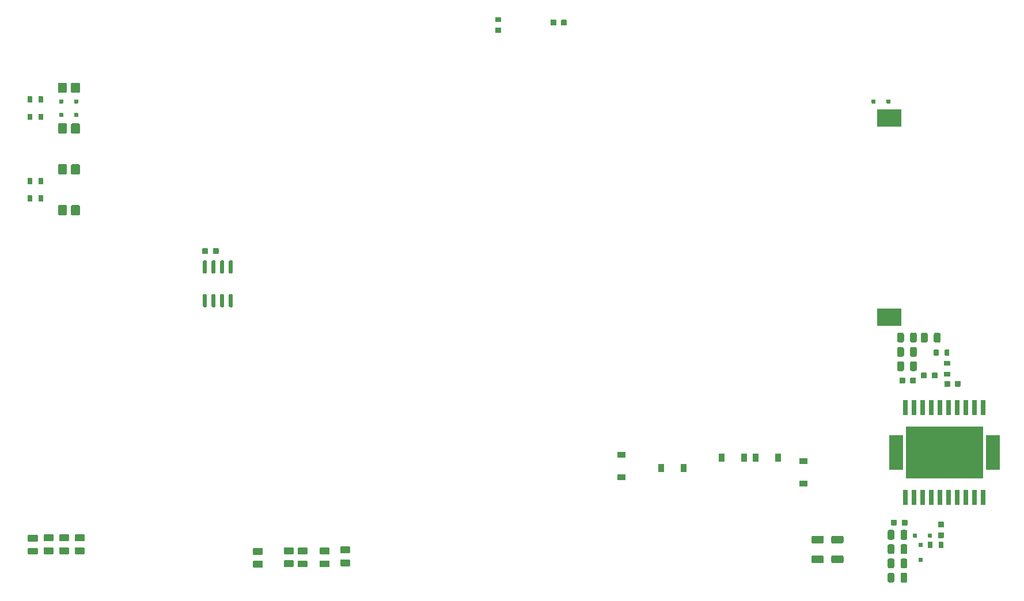
<source format=gtp>
G04 #@! TF.GenerationSoftware,KiCad,Pcbnew,8.0.8*
G04 #@! TF.CreationDate,2025-12-13T23:32:46-05:00*
G04 #@! TF.ProjectId,hellen121vag,68656c6c-656e-4313-9231-7661672e6b69,d*
G04 #@! TF.SameCoordinates,PX2b953a0PY6943058*
G04 #@! TF.FileFunction,Paste,Top*
G04 #@! TF.FilePolarity,Positive*
%FSLAX46Y46*%
G04 Gerber Fmt 4.6, Leading zero omitted, Abs format (unit mm)*
G04 Created by KiCad (PCBNEW 8.0.8) date 2025-12-13 23:32:46*
%MOMM*%
%LPD*%
G01*
G04 APERTURE LIST*
%ADD10O,0.000001X0.000001*%
%ADD11R,1.200000X0.900000*%
%ADD12R,2.032000X5.080000*%
%ADD13R,11.430000X7.620000*%
%ADD14R,0.800000X2.200000*%
%ADD15R,3.600000X2.600000*%
%ADD16R,0.900000X1.200000*%
G04 APERTURE END LIST*
G04 #@! TO.C,U3*
G36*
G01*
X34145000Y69800000D02*
X33845000Y69800000D01*
G75*
G02*
X33695000Y69950000I0J150000D01*
G01*
X33695000Y71600000D01*
G75*
G02*
X33845000Y71750000I150000J0D01*
G01*
X34145000Y71750000D01*
G75*
G02*
X34295000Y71600000I0J-150000D01*
G01*
X34295000Y69950000D01*
G75*
G02*
X34145000Y69800000I-150000J0D01*
G01*
G37*
G36*
G01*
X35415000Y69800000D02*
X35115000Y69800000D01*
G75*
G02*
X34965000Y69950000I0J150000D01*
G01*
X34965000Y71600000D01*
G75*
G02*
X35115000Y71750000I150000J0D01*
G01*
X35415000Y71750000D01*
G75*
G02*
X35565000Y71600000I0J-150000D01*
G01*
X35565000Y69950000D01*
G75*
G02*
X35415000Y69800000I-150000J0D01*
G01*
G37*
G36*
G01*
X36685000Y69800000D02*
X36385000Y69800000D01*
G75*
G02*
X36235000Y69950000I0J150000D01*
G01*
X36235000Y71600000D01*
G75*
G02*
X36385000Y71750000I150000J0D01*
G01*
X36685000Y71750000D01*
G75*
G02*
X36835000Y71600000I0J-150000D01*
G01*
X36835000Y69950000D01*
G75*
G02*
X36685000Y69800000I-150000J0D01*
G01*
G37*
G36*
G01*
X37955000Y69800000D02*
X37655000Y69800000D01*
G75*
G02*
X37505000Y69950000I0J150000D01*
G01*
X37505000Y71600000D01*
G75*
G02*
X37655000Y71750000I150000J0D01*
G01*
X37955000Y71750000D01*
G75*
G02*
X38105000Y71600000I0J-150000D01*
G01*
X38105000Y69950000D01*
G75*
G02*
X37955000Y69800000I-150000J0D01*
G01*
G37*
G36*
G01*
X37955000Y64850000D02*
X37655000Y64850000D01*
G75*
G02*
X37505000Y65000000I0J150000D01*
G01*
X37505000Y66650000D01*
G75*
G02*
X37655000Y66800000I150000J0D01*
G01*
X37955000Y66800000D01*
G75*
G02*
X38105000Y66650000I0J-150000D01*
G01*
X38105000Y65000000D01*
G75*
G02*
X37955000Y64850000I-150000J0D01*
G01*
G37*
G36*
G01*
X36685000Y64850000D02*
X36385000Y64850000D01*
G75*
G02*
X36235000Y65000000I0J150000D01*
G01*
X36235000Y66650000D01*
G75*
G02*
X36385000Y66800000I150000J0D01*
G01*
X36685000Y66800000D01*
G75*
G02*
X36835000Y66650000I0J-150000D01*
G01*
X36835000Y65000000D01*
G75*
G02*
X36685000Y64850000I-150000J0D01*
G01*
G37*
G36*
G01*
X35415000Y64850000D02*
X35115000Y64850000D01*
G75*
G02*
X34965000Y65000000I0J150000D01*
G01*
X34965000Y66650000D01*
G75*
G02*
X35115000Y66800000I150000J0D01*
G01*
X35415000Y66800000D01*
G75*
G02*
X35565000Y66650000I0J-150000D01*
G01*
X35565000Y65000000D01*
G75*
G02*
X35415000Y64850000I-150000J0D01*
G01*
G37*
G36*
G01*
X34145000Y64850000D02*
X33845000Y64850000D01*
G75*
G02*
X33695000Y65000000I0J150000D01*
G01*
X33695000Y66650000D01*
G75*
G02*
X33845000Y66800000I150000J0D01*
G01*
X34145000Y66800000D01*
G75*
G02*
X34295000Y66650000I0J-150000D01*
G01*
X34295000Y65000000D01*
G75*
G02*
X34145000Y64850000I-150000J0D01*
G01*
G37*
G04 #@! TD*
G04 #@! TO.C,R22*
G36*
G01*
X143450000Y58565000D02*
X143450000Y57785000D01*
G75*
G02*
X143380000Y57715000I-70000J0D01*
G01*
X142820000Y57715000D01*
G75*
G02*
X142750000Y57785000I0J70000D01*
G01*
X142750000Y58565000D01*
G75*
G02*
X142820000Y58635000I70000J0D01*
G01*
X143380000Y58635000D01*
G75*
G02*
X143450000Y58565000I0J-70000D01*
G01*
G37*
G36*
G01*
X141850000Y58565000D02*
X141850000Y57785000D01*
G75*
G02*
X141780000Y57715000I-70000J0D01*
G01*
X141220000Y57715000D01*
G75*
G02*
X141150000Y57785000I0J70000D01*
G01*
X141150000Y58565000D01*
G75*
G02*
X141220000Y58635000I70000J0D01*
G01*
X141780000Y58635000D01*
G75*
G02*
X141850000Y58565000I0J-70000D01*
G01*
G37*
G04 #@! TD*
D10*
G04 #@! TO.C,M6*
X95546542Y48347505D03*
G04 #@! TD*
G04 #@! TO.C,D8*
G36*
G01*
X12411979Y90505000D02*
X12411979Y91745000D01*
G75*
G02*
X12541979Y91875000I130000J0D01*
G01*
X13581979Y91875000D01*
G75*
G02*
X13711979Y91745000I0J-130000D01*
G01*
X13711979Y90505000D01*
G75*
G02*
X13581979Y90375000I-130000J0D01*
G01*
X12541979Y90375000D01*
G75*
G02*
X12411979Y90505000I0J130000D01*
G01*
G37*
G36*
G01*
X14312000Y90505000D02*
X14312000Y91745000D01*
G75*
G02*
X14442000Y91875000I130000J0D01*
G01*
X15482000Y91875000D01*
G75*
G02*
X15612000Y91745000I0J-130000D01*
G01*
X15612000Y90505000D01*
G75*
G02*
X15482000Y90375000I-130000J0D01*
G01*
X14442000Y90375000D01*
G75*
G02*
X14312000Y90505000I0J130000D01*
G01*
G37*
G04 #@! TD*
G04 #@! TO.C,R13*
G36*
G01*
X8075000Y31375001D02*
X9325000Y31375001D01*
G75*
G02*
X9425000Y31275001I0J-100000D01*
G01*
X9425000Y30475001D01*
G75*
G02*
X9325000Y30375001I-100000J0D01*
G01*
X8075000Y30375001D01*
G75*
G02*
X7975000Y30475001I0J100000D01*
G01*
X7975000Y31275001D01*
G75*
G02*
X8075000Y31375001I100000J0D01*
G01*
G37*
G36*
G01*
X8075000Y29474979D02*
X9325000Y29474979D01*
G75*
G02*
X9425000Y29374979I0J-100000D01*
G01*
X9425000Y28574979D01*
G75*
G02*
X9325000Y28474979I-100000J0D01*
G01*
X8075000Y28474979D01*
G75*
G02*
X7975000Y28574979I0J100000D01*
G01*
X7975000Y29374979D01*
G75*
G02*
X8075000Y29474979I100000J0D01*
G01*
G37*
G04 #@! TD*
G04 #@! TO.C,R4*
G36*
G01*
X55225000Y26749999D02*
X53975000Y26749999D01*
G75*
G02*
X53875000Y26849999I0J100000D01*
G01*
X53875000Y27649999D01*
G75*
G02*
X53975000Y27749999I100000J0D01*
G01*
X55225000Y27749999D01*
G75*
G02*
X55325000Y27649999I0J-100000D01*
G01*
X55325000Y26849999D01*
G75*
G02*
X55225000Y26749999I-100000J0D01*
G01*
G37*
G36*
G01*
X55225000Y28650021D02*
X53975000Y28650021D01*
G75*
G02*
X53875000Y28750021I0J100000D01*
G01*
X53875000Y29550021D01*
G75*
G02*
X53975000Y29650021I100000J0D01*
G01*
X55225000Y29650021D01*
G75*
G02*
X55325000Y29550021I0J-100000D01*
G01*
X55325000Y28750021D01*
G75*
G02*
X55225000Y28650021I-100000J0D01*
G01*
G37*
G04 #@! TD*
G04 #@! TO.C,R16*
G36*
G01*
X8612000Y95790000D02*
X8612000Y95010000D01*
G75*
G02*
X8542000Y94940000I-70000J0D01*
G01*
X7982000Y94940000D01*
G75*
G02*
X7912000Y95010000I0J70000D01*
G01*
X7912000Y95790000D01*
G75*
G02*
X7982000Y95860000I70000J0D01*
G01*
X8542000Y95860000D01*
G75*
G02*
X8612000Y95790000I0J-70000D01*
G01*
G37*
G36*
G01*
X10212000Y95790000D02*
X10212000Y95010000D01*
G75*
G02*
X10142000Y94940000I-70000J0D01*
G01*
X9582000Y94940000D01*
G75*
G02*
X9512000Y95010000I0J70000D01*
G01*
X9512000Y95790000D01*
G75*
G02*
X9582000Y95860000I70000J0D01*
G01*
X10142000Y95860000D01*
G75*
G02*
X10212000Y95790000I0J-70000D01*
G01*
G37*
G04 #@! TD*
G04 #@! TO.C,C5*
G36*
G01*
X143541999Y53932163D02*
X143541999Y53252163D01*
G75*
G02*
X143456999Y53167163I-85000J0D01*
G01*
X142776999Y53167163D01*
G75*
G02*
X142691999Y53252163I0J85000D01*
G01*
X142691999Y53932163D01*
G75*
G02*
X142776999Y54017163I85000J0D01*
G01*
X143456999Y54017163D01*
G75*
G02*
X143541999Y53932163I0J-85000D01*
G01*
G37*
G36*
G01*
X145122001Y53932163D02*
X145122001Y53252163D01*
G75*
G02*
X145037001Y53167163I-85000J0D01*
G01*
X144357001Y53167163D01*
G75*
G02*
X144272001Y53252163I0J85000D01*
G01*
X144272001Y53932163D01*
G75*
G02*
X144357001Y54017163I85000J0D01*
G01*
X145037001Y54017163D01*
G75*
G02*
X145122001Y53932163I0J-85000D01*
G01*
G37*
G04 #@! TD*
G04 #@! TO.C,C11*
G36*
G01*
X134362000Y30900000D02*
X134362000Y31850000D01*
G75*
G02*
X134612000Y32100000I250000J0D01*
G01*
X135112000Y32100000D01*
G75*
G02*
X135362000Y31850000I0J-250000D01*
G01*
X135362000Y30900000D01*
G75*
G02*
X135112000Y30650000I-250000J0D01*
G01*
X134612000Y30650000D01*
G75*
G02*
X134362000Y30900000I0J250000D01*
G01*
G37*
G36*
G01*
X136262000Y30900000D02*
X136262000Y31850000D01*
G75*
G02*
X136512000Y32100000I250000J0D01*
G01*
X137012000Y32100000D01*
G75*
G02*
X137262000Y31850000I0J-250000D01*
G01*
X137262000Y30900000D01*
G75*
G02*
X137012000Y30650000I-250000J0D01*
G01*
X136512000Y30650000D01*
G75*
G02*
X136262000Y30900000I0J250000D01*
G01*
G37*
G04 #@! TD*
G04 #@! TO.C,R8*
G36*
G01*
X47725000Y29500001D02*
X48975000Y29500001D01*
G75*
G02*
X49075000Y29400001I0J-100000D01*
G01*
X49075000Y28600001D01*
G75*
G02*
X48975000Y28500001I-100000J0D01*
G01*
X47725000Y28500001D01*
G75*
G02*
X47625000Y28600001I0J100000D01*
G01*
X47625000Y29400001D01*
G75*
G02*
X47725000Y29500001I100000J0D01*
G01*
G37*
G36*
G01*
X47725000Y27599979D02*
X48975000Y27599979D01*
G75*
G02*
X49075000Y27499979I0J-100000D01*
G01*
X49075000Y26699979D01*
G75*
G02*
X48975000Y26599979I-100000J0D01*
G01*
X47725000Y26599979D01*
G75*
G02*
X47625000Y26699979I0J100000D01*
G01*
X47625000Y27499979D01*
G75*
G02*
X47725000Y27599979I100000J0D01*
G01*
G37*
G04 #@! TD*
G04 #@! TO.C,F1*
G36*
G01*
X124975000Y28119990D02*
X124975000Y27429990D01*
G75*
G02*
X124745000Y27199990I-230000J0D01*
G01*
X123405000Y27199990D01*
G75*
G02*
X123175000Y27429990I0J230000D01*
G01*
X123175000Y28119990D01*
G75*
G02*
X123405000Y28349990I230000J0D01*
G01*
X124745000Y28349990D01*
G75*
G02*
X124975000Y28119990I0J-230000D01*
G01*
G37*
G36*
G01*
X124975000Y31020010D02*
X124975000Y30330010D01*
G75*
G02*
X124745000Y30100010I-230000J0D01*
G01*
X123405000Y30100010D01*
G75*
G02*
X123175000Y30330010I0J230000D01*
G01*
X123175000Y31020010D01*
G75*
G02*
X123405000Y31250010I230000J0D01*
G01*
X124745000Y31250010D01*
G75*
G02*
X124975000Y31020010I0J-230000D01*
G01*
G37*
G04 #@! TD*
D11*
G04 #@! TO.C,D10*
X122016200Y38951200D03*
X122016200Y42251200D03*
G04 #@! TD*
D12*
G04 #@! TO.C,U1*
X149819000Y43492163D03*
D13*
X142707000Y43492163D03*
D12*
X135595000Y43492163D03*
D14*
X136992000Y50092163D03*
X138262000Y50092163D03*
X139532000Y50092163D03*
X140802000Y50092163D03*
X142072000Y50092163D03*
X143342000Y50092163D03*
X144612000Y50092163D03*
X145882000Y50092163D03*
X147152000Y50092163D03*
X148422000Y50092163D03*
X148422000Y36892163D03*
X147152000Y36892163D03*
X145882000Y36892163D03*
X144612000Y36892163D03*
X143342000Y36892163D03*
X142072000Y36892163D03*
X140802000Y36892163D03*
X139532000Y36892163D03*
X138262000Y36892163D03*
X136992000Y36892163D03*
G04 #@! TD*
G04 #@! TO.C,R21*
G36*
G01*
X8612000Y81240000D02*
X8612000Y80460000D01*
G75*
G02*
X8542000Y80390000I-70000J0D01*
G01*
X7982000Y80390000D01*
G75*
G02*
X7912000Y80460000I0J70000D01*
G01*
X7912000Y81240000D01*
G75*
G02*
X7982000Y81310000I70000J0D01*
G01*
X8542000Y81310000D01*
G75*
G02*
X8612000Y81240000I0J-70000D01*
G01*
G37*
G36*
G01*
X10212000Y81240000D02*
X10212000Y80460000D01*
G75*
G02*
X10142000Y80390000I-70000J0D01*
G01*
X9582000Y80390000D01*
G75*
G02*
X9512000Y80460000I0J70000D01*
G01*
X9512000Y81240000D01*
G75*
G02*
X9582000Y81310000I70000J0D01*
G01*
X10142000Y81310000D01*
G75*
G02*
X10212000Y81240000I0J-70000D01*
G01*
G37*
G04 #@! TD*
G04 #@! TO.C,D4*
G36*
G01*
X12411979Y96505000D02*
X12411979Y97745000D01*
G75*
G02*
X12541979Y97875000I130000J0D01*
G01*
X13581979Y97875000D01*
G75*
G02*
X13711979Y97745000I0J-130000D01*
G01*
X13711979Y96505000D01*
G75*
G02*
X13581979Y96375000I-130000J0D01*
G01*
X12541979Y96375000D01*
G75*
G02*
X12411979Y96505000I0J130000D01*
G01*
G37*
G36*
G01*
X14312000Y96505000D02*
X14312000Y97745000D01*
G75*
G02*
X14442000Y97875000I130000J0D01*
G01*
X15482000Y97875000D01*
G75*
G02*
X15612000Y97745000I0J-130000D01*
G01*
X15612000Y96505000D01*
G75*
G02*
X15482000Y96375000I-130000J0D01*
G01*
X14442000Y96375000D01*
G75*
G02*
X14312000Y96505000I0J130000D01*
G01*
G37*
G04 #@! TD*
G04 #@! TO.C,C16*
G36*
G01*
X36015001Y73440000D02*
X36015001Y72760000D01*
G75*
G02*
X35930001Y72675000I-85000J0D01*
G01*
X35250001Y72675000D01*
G75*
G02*
X35165001Y72760000I0J85000D01*
G01*
X35165001Y73440000D01*
G75*
G02*
X35250001Y73525000I85000J0D01*
G01*
X35930001Y73525000D01*
G75*
G02*
X36015001Y73440000I0J-85000D01*
G01*
G37*
G36*
G01*
X34434999Y73440000D02*
X34434999Y72760000D01*
G75*
G02*
X34349999Y72675000I-85000J0D01*
G01*
X33669999Y72675000D01*
G75*
G02*
X33584999Y72760000I0J85000D01*
G01*
X33584999Y73440000D01*
G75*
G02*
X33669999Y73525000I85000J0D01*
G01*
X34349999Y73525000D01*
G75*
G02*
X34434999Y73440000I0J-85000D01*
G01*
G37*
G04 #@! TD*
D15*
G04 #@! TO.C,BT1*
X134600000Y63400000D03*
X134600000Y92700000D03*
G04 #@! TD*
G04 #@! TO.C,R5*
G36*
G01*
X142717000Y55342163D02*
X143497000Y55342163D01*
G75*
G02*
X143567000Y55272163I0J-70000D01*
G01*
X143567000Y54712163D01*
G75*
G02*
X143497000Y54642163I-70000J0D01*
G01*
X142717000Y54642163D01*
G75*
G02*
X142647000Y54712163I0J70000D01*
G01*
X142647000Y55272163D01*
G75*
G02*
X142717000Y55342163I70000J0D01*
G01*
G37*
G36*
G01*
X142717000Y56942163D02*
X143497000Y56942163D01*
G75*
G02*
X143567000Y56872163I0J-70000D01*
G01*
X143567000Y56312163D01*
G75*
G02*
X143497000Y56242163I-70000J0D01*
G01*
X142717000Y56242163D01*
G75*
G02*
X142647000Y56312163I0J70000D01*
G01*
X142647000Y56872163D01*
G75*
G02*
X142717000Y56942163I70000J0D01*
G01*
G37*
G04 #@! TD*
G04 #@! TO.C,D5*
G36*
G01*
X13102000Y92825000D02*
X12622000Y92825000D01*
G75*
G02*
X12562000Y92885000I0J60000D01*
G01*
X12562000Y93365000D01*
G75*
G02*
X12622000Y93425000I60000J0D01*
G01*
X13102000Y93425000D01*
G75*
G02*
X13162000Y93365000I0J-60000D01*
G01*
X13162000Y92885000D01*
G75*
G02*
X13102000Y92825000I-60000J0D01*
G01*
G37*
G36*
G01*
X15302000Y92825000D02*
X14822000Y92825000D01*
G75*
G02*
X14762000Y92885000I0J60000D01*
G01*
X14762000Y93365000D01*
G75*
G02*
X14822000Y93425000I60000J0D01*
G01*
X15302000Y93425000D01*
G75*
G02*
X15362000Y93365000I0J-60000D01*
G01*
X15362000Y92885000D01*
G75*
G02*
X15302000Y92825000I-60000J0D01*
G01*
G37*
G04 #@! TD*
G04 #@! TO.C,R10*
G36*
G01*
X12675000Y31425001D02*
X13925000Y31425001D01*
G75*
G02*
X14025000Y31325001I0J-100000D01*
G01*
X14025000Y30525001D01*
G75*
G02*
X13925000Y30425001I-100000J0D01*
G01*
X12675000Y30425001D01*
G75*
G02*
X12575000Y30525001I0J100000D01*
G01*
X12575000Y31325001D01*
G75*
G02*
X12675000Y31425001I100000J0D01*
G01*
G37*
G36*
G01*
X12675000Y29524979D02*
X13925000Y29524979D01*
G75*
G02*
X14025000Y29424979I0J-100000D01*
G01*
X14025000Y28624979D01*
G75*
G02*
X13925000Y28524979I-100000J0D01*
G01*
X12675000Y28524979D01*
G75*
G02*
X12575000Y28624979I0J100000D01*
G01*
X12575000Y29424979D01*
G75*
G02*
X12675000Y29524979I100000J0D01*
G01*
G37*
G04 #@! TD*
G04 #@! TO.C,D3*
G36*
G01*
X13102000Y94825000D02*
X12622000Y94825000D01*
G75*
G02*
X12562000Y94885000I0J60000D01*
G01*
X12562000Y95365000D01*
G75*
G02*
X12622000Y95425000I60000J0D01*
G01*
X13102000Y95425000D01*
G75*
G02*
X13162000Y95365000I0J-60000D01*
G01*
X13162000Y94885000D01*
G75*
G02*
X13102000Y94825000I-60000J0D01*
G01*
G37*
G36*
G01*
X15302000Y94825000D02*
X14822000Y94825000D01*
G75*
G02*
X14762000Y94885000I0J60000D01*
G01*
X14762000Y95365000D01*
G75*
G02*
X14822000Y95425000I60000J0D01*
G01*
X15302000Y95425000D01*
G75*
G02*
X15362000Y95365000I0J-60000D01*
G01*
X15362000Y94885000D01*
G75*
G02*
X15302000Y94825000I-60000J0D01*
G01*
G37*
G04 #@! TD*
G04 #@! TO.C,R9*
G36*
G01*
X52225000Y26599999D02*
X50975000Y26599999D01*
G75*
G02*
X50875000Y26699999I0J100000D01*
G01*
X50875000Y27499999D01*
G75*
G02*
X50975000Y27599999I100000J0D01*
G01*
X52225000Y27599999D01*
G75*
G02*
X52325000Y27499999I0J-100000D01*
G01*
X52325000Y26699999D01*
G75*
G02*
X52225000Y26599999I-100000J0D01*
G01*
G37*
G36*
G01*
X52225000Y28500021D02*
X50975000Y28500021D01*
G75*
G02*
X50875000Y28600021I0J100000D01*
G01*
X50875000Y29400021D01*
G75*
G02*
X50975000Y29500021I100000J0D01*
G01*
X52225000Y29500021D01*
G75*
G02*
X52325000Y29400021I0J-100000D01*
G01*
X52325000Y28600021D01*
G75*
G02*
X52225000Y28500021I-100000J0D01*
G01*
G37*
G04 #@! TD*
G04 #@! TO.C,C8*
G36*
G01*
X135762000Y57804000D02*
X135762000Y58754000D01*
G75*
G02*
X136012000Y59004000I250000J0D01*
G01*
X136512000Y59004000D01*
G75*
G02*
X136762000Y58754000I0J-250000D01*
G01*
X136762000Y57804000D01*
G75*
G02*
X136512000Y57554000I-250000J0D01*
G01*
X136012000Y57554000D01*
G75*
G02*
X135762000Y57804000I0J250000D01*
G01*
G37*
G36*
G01*
X137662000Y57804000D02*
X137662000Y58754000D01*
G75*
G02*
X137912000Y59004000I250000J0D01*
G01*
X138412000Y59004000D01*
G75*
G02*
X138662000Y58754000I0J-250000D01*
G01*
X138662000Y57804000D01*
G75*
G02*
X138412000Y57554000I-250000J0D01*
G01*
X137912000Y57554000D01*
G75*
G02*
X137662000Y57804000I0J250000D01*
G01*
G37*
G04 #@! TD*
G04 #@! TO.C,D9*
G36*
G01*
X134260000Y95400000D02*
X134740000Y95400000D01*
G75*
G02*
X134800000Y95340000I0J-60000D01*
G01*
X134800000Y94860000D01*
G75*
G02*
X134740000Y94800000I-60000J0D01*
G01*
X134260000Y94800000D01*
G75*
G02*
X134200000Y94860000I0J60000D01*
G01*
X134200000Y95340000D01*
G75*
G02*
X134260000Y95400000I60000J0D01*
G01*
G37*
G36*
G01*
X132060000Y95400000D02*
X132540000Y95400000D01*
G75*
G02*
X132600000Y95340000I0J-60000D01*
G01*
X132600000Y94860000D01*
G75*
G02*
X132540000Y94800000I-60000J0D01*
G01*
X132060000Y94800000D01*
G75*
G02*
X132000000Y94860000I0J60000D01*
G01*
X132000000Y95340000D01*
G75*
G02*
X132060000Y95400000I60000J0D01*
G01*
G37*
G04 #@! TD*
D16*
G04 #@! TO.C,D12*
X113303000Y42709400D03*
X110003000Y42709400D03*
G04 #@! TD*
G04 #@! TO.C,D11*
X114981400Y42709400D03*
X118281400Y42709400D03*
G04 #@! TD*
G04 #@! TO.C,C10*
G36*
G01*
X142150000Y60850000D02*
X142150000Y59900000D01*
G75*
G02*
X141900000Y59650000I-250000J0D01*
G01*
X141400000Y59650000D01*
G75*
G02*
X141150000Y59900000I0J250000D01*
G01*
X141150000Y60850000D01*
G75*
G02*
X141400000Y61100000I250000J0D01*
G01*
X141900000Y61100000D01*
G75*
G02*
X142150000Y60850000I0J-250000D01*
G01*
G37*
G36*
G01*
X140250000Y60850000D02*
X140250000Y59900000D01*
G75*
G02*
X140000000Y59650000I-250000J0D01*
G01*
X139500000Y59650000D01*
G75*
G02*
X139250000Y59900000I0J250000D01*
G01*
X139250000Y60850000D01*
G75*
G02*
X139500000Y61100000I250000J0D01*
G01*
X140000000Y61100000D01*
G75*
G02*
X140250000Y60850000I0J-250000D01*
G01*
G37*
G04 #@! TD*
G04 #@! TO.C,R2*
G36*
G01*
X46950000Y26619999D02*
X45700000Y26619999D01*
G75*
G02*
X45600000Y26719999I0J100000D01*
G01*
X45600000Y27519999D01*
G75*
G02*
X45700000Y27619999I100000J0D01*
G01*
X46950000Y27619999D01*
G75*
G02*
X47050000Y27519999I0J-100000D01*
G01*
X47050000Y26719999D01*
G75*
G02*
X46950000Y26619999I-100000J0D01*
G01*
G37*
G36*
G01*
X46950000Y28520021D02*
X45700000Y28520021D01*
G75*
G02*
X45600000Y28620021I0J100000D01*
G01*
X45600000Y29420021D01*
G75*
G02*
X45700000Y29520021I100000J0D01*
G01*
X46950000Y29520021D01*
G75*
G02*
X47050000Y29420021I0J-100000D01*
G01*
X47050000Y28620021D01*
G75*
G02*
X46950000Y28520021I-100000J0D01*
G01*
G37*
G04 #@! TD*
G04 #@! TO.C,D14*
X104350000Y41175000D03*
X101050000Y41175000D03*
G04 #@! TD*
G04 #@! TO.C,R12*
G36*
G01*
X14975000Y31425022D02*
X16225000Y31425022D01*
G75*
G02*
X16325000Y31325022I0J-100000D01*
G01*
X16325000Y30525022D01*
G75*
G02*
X16225000Y30425022I-100000J0D01*
G01*
X14975000Y30425022D01*
G75*
G02*
X14875000Y30525022I0J100000D01*
G01*
X14875000Y31325022D01*
G75*
G02*
X14975000Y31425022I100000J0D01*
G01*
G37*
G36*
G01*
X14975000Y29525000D02*
X16225000Y29525000D01*
G75*
G02*
X16325000Y29425000I0J-100000D01*
G01*
X16325000Y28625000D01*
G75*
G02*
X16225000Y28525000I-100000J0D01*
G01*
X14975000Y28525000D01*
G75*
G02*
X14875000Y28625000I0J100000D01*
G01*
X14875000Y29425000D01*
G75*
G02*
X14975000Y29525000I100000J0D01*
G01*
G37*
G04 #@! TD*
G04 #@! TO.C,F2*
G36*
G01*
X127875000Y28119990D02*
X127875000Y27429990D01*
G75*
G02*
X127645000Y27199990I-230000J0D01*
G01*
X126305000Y27199990D01*
G75*
G02*
X126075000Y27429990I0J230000D01*
G01*
X126075000Y28119990D01*
G75*
G02*
X126305000Y28349990I230000J0D01*
G01*
X127645000Y28349990D01*
G75*
G02*
X127875000Y28119990I0J-230000D01*
G01*
G37*
G36*
G01*
X127875000Y31020010D02*
X127875000Y30330010D01*
G75*
G02*
X127645000Y30100010I-230000J0D01*
G01*
X126305000Y30100010D01*
G75*
G02*
X126075000Y30330010I0J230000D01*
G01*
X126075000Y31020010D01*
G75*
G02*
X126305000Y31250010I230000J0D01*
G01*
X127645000Y31250010D01*
G75*
G02*
X127875000Y31020010I0J-230000D01*
G01*
G37*
G04 #@! TD*
G04 #@! TO.C,C14*
G36*
G01*
X134362000Y28800000D02*
X134362000Y29750000D01*
G75*
G02*
X134612000Y30000000I250000J0D01*
G01*
X135112000Y30000000D01*
G75*
G02*
X135362000Y29750000I0J-250000D01*
G01*
X135362000Y28800000D01*
G75*
G02*
X135112000Y28550000I-250000J0D01*
G01*
X134612000Y28550000D01*
G75*
G02*
X134362000Y28800000I0J250000D01*
G01*
G37*
G36*
G01*
X136262000Y28800000D02*
X136262000Y29750000D01*
G75*
G02*
X136512000Y30000000I250000J0D01*
G01*
X137012000Y30000000D01*
G75*
G02*
X137262000Y29750000I0J-250000D01*
G01*
X137262000Y28800000D01*
G75*
G02*
X137012000Y28550000I-250000J0D01*
G01*
X136512000Y28550000D01*
G75*
G02*
X136262000Y28800000I0J250000D01*
G01*
G37*
G04 #@! TD*
G04 #@! TO.C,C3*
G36*
G01*
X140141999Y55132163D02*
X140141999Y54452163D01*
G75*
G02*
X140056999Y54367163I-85000J0D01*
G01*
X139376999Y54367163D01*
G75*
G02*
X139291999Y54452163I0J85000D01*
G01*
X139291999Y55132163D01*
G75*
G02*
X139376999Y55217163I85000J0D01*
G01*
X140056999Y55217163D01*
G75*
G02*
X140141999Y55132163I0J-85000D01*
G01*
G37*
G36*
G01*
X141722001Y55132163D02*
X141722001Y54452163D01*
G75*
G02*
X141637001Y54367163I-85000J0D01*
G01*
X140957001Y54367163D01*
G75*
G02*
X140872001Y54452163I0J85000D01*
G01*
X140872001Y55132163D01*
G75*
G02*
X140957001Y55217163I85000J0D01*
G01*
X141637001Y55217163D01*
G75*
G02*
X141722001Y55132163I0J-85000D01*
G01*
G37*
G04 #@! TD*
G04 #@! TO.C,C2*
G36*
G01*
X134856998Y32835000D02*
X134856998Y33515000D01*
G75*
G02*
X134941998Y33600000I85000J0D01*
G01*
X135621998Y33600000D01*
G75*
G02*
X135706998Y33515000I0J-85000D01*
G01*
X135706998Y32835000D01*
G75*
G02*
X135621998Y32750000I-85000J0D01*
G01*
X134941998Y32750000D01*
G75*
G02*
X134856998Y32835000I0J85000D01*
G01*
G37*
G36*
G01*
X136437000Y32835000D02*
X136437000Y33515000D01*
G75*
G02*
X136522000Y33600000I85000J0D01*
G01*
X137202000Y33600000D01*
G75*
G02*
X137287000Y33515000I0J-85000D01*
G01*
X137287000Y32835000D01*
G75*
G02*
X137202000Y32750000I-85000J0D01*
G01*
X136522000Y32750000D01*
G75*
G02*
X136437000Y32835000I0J85000D01*
G01*
G37*
G04 #@! TD*
G04 #@! TO.C,C12*
G36*
G01*
X134362000Y26700000D02*
X134362000Y27650000D01*
G75*
G02*
X134612000Y27900000I250000J0D01*
G01*
X135112000Y27900000D01*
G75*
G02*
X135362000Y27650000I0J-250000D01*
G01*
X135362000Y26700000D01*
G75*
G02*
X135112000Y26450000I-250000J0D01*
G01*
X134612000Y26450000D01*
G75*
G02*
X134362000Y26700000I0J250000D01*
G01*
G37*
G36*
G01*
X136262000Y26700000D02*
X136262000Y27650000D01*
G75*
G02*
X136512000Y27900000I250000J0D01*
G01*
X137012000Y27900000D01*
G75*
G02*
X137262000Y27650000I0J-250000D01*
G01*
X137262000Y26700000D01*
G75*
G02*
X137012000Y26450000I-250000J0D01*
G01*
X136512000Y26450000D01*
G75*
G02*
X136262000Y26700000I0J250000D01*
G01*
G37*
G04 #@! TD*
G04 #@! TO.C,C7*
G36*
G01*
X135762000Y59912800D02*
X135762000Y60862800D01*
G75*
G02*
X136012000Y61112800I250000J0D01*
G01*
X136512000Y61112800D01*
G75*
G02*
X136762000Y60862800I0J-250000D01*
G01*
X136762000Y59912800D01*
G75*
G02*
X136512000Y59662800I-250000J0D01*
G01*
X136012000Y59662800D01*
G75*
G02*
X135762000Y59912800I0J250000D01*
G01*
G37*
G36*
G01*
X137662000Y59912800D02*
X137662000Y60862800D01*
G75*
G02*
X137912000Y61112800I250000J0D01*
G01*
X138412000Y61112800D01*
G75*
G02*
X138662000Y60862800I0J-250000D01*
G01*
X138662000Y59912800D01*
G75*
G02*
X138412000Y59662800I-250000J0D01*
G01*
X137912000Y59662800D01*
G75*
G02*
X137662000Y59912800I0J250000D01*
G01*
G37*
G04 #@! TD*
G04 #@! TO.C,C9*
G36*
G01*
X135762000Y55704000D02*
X135762000Y56654000D01*
G75*
G02*
X136012000Y56904000I250000J0D01*
G01*
X136512000Y56904000D01*
G75*
G02*
X136762000Y56654000I0J-250000D01*
G01*
X136762000Y55704000D01*
G75*
G02*
X136512000Y55454000I-250000J0D01*
G01*
X136012000Y55454000D01*
G75*
G02*
X135762000Y55704000I0J250000D01*
G01*
G37*
G36*
G01*
X137662000Y55704000D02*
X137662000Y56654000D01*
G75*
G02*
X137912000Y56904000I250000J0D01*
G01*
X138412000Y56904000D01*
G75*
G02*
X138662000Y56654000I0J-250000D01*
G01*
X138662000Y55704000D01*
G75*
G02*
X138412000Y55454000I-250000J0D01*
G01*
X137912000Y55454000D01*
G75*
G02*
X137662000Y55704000I0J250000D01*
G01*
G37*
G04 #@! TD*
G04 #@! TO.C,R20*
G36*
G01*
X8612000Y83790000D02*
X8612000Y83010000D01*
G75*
G02*
X8542000Y82940000I-70000J0D01*
G01*
X7982000Y82940000D01*
G75*
G02*
X7912000Y83010000I0J70000D01*
G01*
X7912000Y83790000D01*
G75*
G02*
X7982000Y83860000I70000J0D01*
G01*
X8542000Y83860000D01*
G75*
G02*
X8612000Y83790000I0J-70000D01*
G01*
G37*
G36*
G01*
X10212000Y83790000D02*
X10212000Y83010000D01*
G75*
G02*
X10142000Y82940000I-70000J0D01*
G01*
X9582000Y82940000D01*
G75*
G02*
X9512000Y83010000I0J70000D01*
G01*
X9512000Y83790000D01*
G75*
G02*
X9582000Y83860000I70000J0D01*
G01*
X10142000Y83860000D01*
G75*
G02*
X10212000Y83790000I0J-70000D01*
G01*
G37*
G04 #@! TD*
G04 #@! TO.C,R17*
G36*
G01*
X8612000Y93240000D02*
X8612000Y92460000D01*
G75*
G02*
X8542000Y92390000I-70000J0D01*
G01*
X7982000Y92390000D01*
G75*
G02*
X7912000Y92460000I0J70000D01*
G01*
X7912000Y93240000D01*
G75*
G02*
X7982000Y93310000I70000J0D01*
G01*
X8542000Y93310000D01*
G75*
G02*
X8612000Y93240000I0J-70000D01*
G01*
G37*
G36*
G01*
X10212000Y93240000D02*
X10212000Y92460000D01*
G75*
G02*
X10142000Y92390000I-70000J0D01*
G01*
X9582000Y92390000D01*
G75*
G02*
X9512000Y92460000I0J70000D01*
G01*
X9512000Y93240000D01*
G75*
G02*
X9582000Y93310000I70000J0D01*
G01*
X10142000Y93310000D01*
G75*
G02*
X10212000Y93240000I0J-70000D01*
G01*
G37*
G04 #@! TD*
G04 #@! TO.C,R3*
G36*
G01*
X41175000Y29455001D02*
X42425000Y29455001D01*
G75*
G02*
X42525000Y29355001I0J-100000D01*
G01*
X42525000Y28555001D01*
G75*
G02*
X42425000Y28455001I-100000J0D01*
G01*
X41175000Y28455001D01*
G75*
G02*
X41075000Y28555001I0J100000D01*
G01*
X41075000Y29355001D01*
G75*
G02*
X41175000Y29455001I100000J0D01*
G01*
G37*
G36*
G01*
X41175000Y27554979D02*
X42425000Y27554979D01*
G75*
G02*
X42525000Y27454979I0J-100000D01*
G01*
X42525000Y26654979D01*
G75*
G02*
X42425000Y26554979I-100000J0D01*
G01*
X41175000Y26554979D01*
G75*
G02*
X41075000Y26654979I0J100000D01*
G01*
X41075000Y27454979D01*
G75*
G02*
X41175000Y27554979I100000J0D01*
G01*
G37*
G04 #@! TD*
G04 #@! TO.C,D7*
G36*
G01*
X12411979Y78505000D02*
X12411979Y79745000D01*
G75*
G02*
X12541979Y79875000I130000J0D01*
G01*
X13581979Y79875000D01*
G75*
G02*
X13711979Y79745000I0J-130000D01*
G01*
X13711979Y78505000D01*
G75*
G02*
X13581979Y78375000I-130000J0D01*
G01*
X12541979Y78375000D01*
G75*
G02*
X12411979Y78505000I0J130000D01*
G01*
G37*
G36*
G01*
X14312000Y78505000D02*
X14312000Y79745000D01*
G75*
G02*
X14442000Y79875000I130000J0D01*
G01*
X15482000Y79875000D01*
G75*
G02*
X15612000Y79745000I0J-130000D01*
G01*
X15612000Y78505000D01*
G75*
G02*
X15482000Y78375000I-130000J0D01*
G01*
X14442000Y78375000D01*
G75*
G02*
X14312000Y78505000I0J130000D01*
G01*
G37*
G04 #@! TD*
G04 #@! TO.C,C13*
G36*
G01*
X134362000Y24600000D02*
X134362000Y25550000D01*
G75*
G02*
X134612000Y25800000I250000J0D01*
G01*
X135112000Y25800000D01*
G75*
G02*
X135362000Y25550000I0J-250000D01*
G01*
X135362000Y24600000D01*
G75*
G02*
X135112000Y24350000I-250000J0D01*
G01*
X134612000Y24350000D01*
G75*
G02*
X134362000Y24600000I0J250000D01*
G01*
G37*
G36*
G01*
X136262000Y24600000D02*
X136262000Y25550000D01*
G75*
G02*
X136512000Y25800000I250000J0D01*
G01*
X137012000Y25800000D01*
G75*
G02*
X137262000Y25550000I0J-250000D01*
G01*
X137262000Y24600000D01*
G75*
G02*
X137012000Y24350000I-250000J0D01*
G01*
X136512000Y24350000D01*
G75*
G02*
X136262000Y24600000I0J250000D01*
G01*
G37*
G04 #@! TD*
G04 #@! TO.C,R1*
G36*
G01*
X141857000Y29498163D02*
X141857000Y30278163D01*
G75*
G02*
X141927000Y30348163I70000J0D01*
G01*
X142487000Y30348163D01*
G75*
G02*
X142557000Y30278163I0J-70000D01*
G01*
X142557000Y29498163D01*
G75*
G02*
X142487000Y29428163I-70000J0D01*
G01*
X141927000Y29428163D01*
G75*
G02*
X141857000Y29498163I0J70000D01*
G01*
G37*
G36*
G01*
X140257000Y29498163D02*
X140257000Y30278163D01*
G75*
G02*
X140327000Y30348163I70000J0D01*
G01*
X140887000Y30348163D01*
G75*
G02*
X140957000Y30278163I0J-70000D01*
G01*
X140957000Y29498163D01*
G75*
G02*
X140887000Y29428163I-70000J0D01*
G01*
X140327000Y29428163D01*
G75*
G02*
X140257000Y29498163I0J70000D01*
G01*
G37*
G04 #@! TD*
G04 #@! TO.C,D2*
G36*
G01*
X140367000Y31588163D02*
X140847000Y31588163D01*
G75*
G02*
X140907000Y31528163I0J-60000D01*
G01*
X140907000Y31048163D01*
G75*
G02*
X140847000Y30988163I-60000J0D01*
G01*
X140367000Y30988163D01*
G75*
G02*
X140307000Y31048163I0J60000D01*
G01*
X140307000Y31528163D01*
G75*
G02*
X140367000Y31588163I60000J0D01*
G01*
G37*
G36*
G01*
X138167000Y31588163D02*
X138647000Y31588163D01*
G75*
G02*
X138707000Y31528163I0J-60000D01*
G01*
X138707000Y31048163D01*
G75*
G02*
X138647000Y30988163I-60000J0D01*
G01*
X138167000Y30988163D01*
G75*
G02*
X138107000Y31048163I0J60000D01*
G01*
X138107000Y31528163D01*
G75*
G02*
X138167000Y31588163I60000J0D01*
G01*
G37*
G04 #@! TD*
G04 #@! TO.C,D6*
G36*
G01*
X12411979Y84505000D02*
X12411979Y85745000D01*
G75*
G02*
X12541979Y85875000I130000J0D01*
G01*
X13581979Y85875000D01*
G75*
G02*
X13711979Y85745000I0J-130000D01*
G01*
X13711979Y84505000D01*
G75*
G02*
X13581979Y84375000I-130000J0D01*
G01*
X12541979Y84375000D01*
G75*
G02*
X12411979Y84505000I0J130000D01*
G01*
G37*
G36*
G01*
X14312000Y84505000D02*
X14312000Y85745000D01*
G75*
G02*
X14442000Y85875000I130000J0D01*
G01*
X15482000Y85875000D01*
G75*
G02*
X15612000Y85745000I0J-130000D01*
G01*
X15612000Y84505000D01*
G75*
G02*
X15482000Y84375000I-130000J0D01*
G01*
X14442000Y84375000D01*
G75*
G02*
X14312000Y84505000I0J130000D01*
G01*
G37*
G04 #@! TD*
G04 #@! TO.C,C17*
G36*
G01*
X85634999Y107040000D02*
X85634999Y106360000D01*
G75*
G02*
X85549999Y106275000I-85000J0D01*
G01*
X84869999Y106275000D01*
G75*
G02*
X84784999Y106360000I0J85000D01*
G01*
X84784999Y107040000D01*
G75*
G02*
X84869999Y107125000I85000J0D01*
G01*
X85549999Y107125000D01*
G75*
G02*
X85634999Y107040000I0J-85000D01*
G01*
G37*
G36*
G01*
X87215001Y107040000D02*
X87215001Y106360000D01*
G75*
G02*
X87130001Y106275000I-85000J0D01*
G01*
X86450001Y106275000D01*
G75*
G02*
X86365001Y106360000I0J85000D01*
G01*
X86365001Y107040000D01*
G75*
G02*
X86450001Y107125000I85000J0D01*
G01*
X87130001Y107125000D01*
G75*
G02*
X87215001Y107040000I0J-85000D01*
G01*
G37*
G04 #@! TD*
G04 #@! TO.C,D1*
G36*
G01*
X139507000Y27928163D02*
X139507000Y27448163D01*
G75*
G02*
X139447000Y27388163I-60000J0D01*
G01*
X138967000Y27388163D01*
G75*
G02*
X138907000Y27448163I0J60000D01*
G01*
X138907000Y27928163D01*
G75*
G02*
X138967000Y27988163I60000J0D01*
G01*
X139447000Y27988163D01*
G75*
G02*
X139507000Y27928163I0J-60000D01*
G01*
G37*
G36*
G01*
X139507000Y30128163D02*
X139507000Y29648163D01*
G75*
G02*
X139447000Y29588163I-60000J0D01*
G01*
X138967000Y29588163D01*
G75*
G02*
X138907000Y29648163I0J60000D01*
G01*
X138907000Y30128163D01*
G75*
G02*
X138967000Y30188163I60000J0D01*
G01*
X139447000Y30188163D01*
G75*
G02*
X139507000Y30128163I0J-60000D01*
G01*
G37*
G04 #@! TD*
G04 #@! TO.C,C4*
G36*
G01*
X141867000Y31733161D02*
X142547000Y31733161D01*
G75*
G02*
X142632000Y31648161I0J-85000D01*
G01*
X142632000Y30968161D01*
G75*
G02*
X142547000Y30883161I-85000J0D01*
G01*
X141867000Y30883161D01*
G75*
G02*
X141782000Y30968161I0J85000D01*
G01*
X141782000Y31648161D01*
G75*
G02*
X141867000Y31733161I85000J0D01*
G01*
G37*
G36*
G01*
X141867000Y33313163D02*
X142547000Y33313163D01*
G75*
G02*
X142632000Y33228163I0J-85000D01*
G01*
X142632000Y32548163D01*
G75*
G02*
X142547000Y32463163I-85000J0D01*
G01*
X141867000Y32463163D01*
G75*
G02*
X141782000Y32548163I0J85000D01*
G01*
X141782000Y33228163D01*
G75*
G02*
X141867000Y33313163I85000J0D01*
G01*
G37*
G04 #@! TD*
G04 #@! TO.C,C1*
G36*
G01*
X136094998Y53739000D02*
X136094998Y54419000D01*
G75*
G02*
X136179998Y54504000I85000J0D01*
G01*
X136859998Y54504000D01*
G75*
G02*
X136944998Y54419000I0J-85000D01*
G01*
X136944998Y53739000D01*
G75*
G02*
X136859998Y53654000I-85000J0D01*
G01*
X136179998Y53654000D01*
G75*
G02*
X136094998Y53739000I0J85000D01*
G01*
G37*
G36*
G01*
X137675000Y53739000D02*
X137675000Y54419000D01*
G75*
G02*
X137760000Y54504000I85000J0D01*
G01*
X138440000Y54504000D01*
G75*
G02*
X138525000Y54419000I0J-85000D01*
G01*
X138525000Y53739000D01*
G75*
G02*
X138440000Y53654000I-85000J0D01*
G01*
X137760000Y53654000D01*
G75*
G02*
X137675000Y53739000I0J85000D01*
G01*
G37*
G04 #@! TD*
D11*
G04 #@! TO.C,D13*
X95200000Y43125000D03*
X95200000Y39825000D03*
G04 #@! TD*
G04 #@! TO.C,R23*
G36*
G01*
X77499000Y106837200D02*
X76719000Y106837200D01*
G75*
G02*
X76649000Y106907200I0J70000D01*
G01*
X76649000Y107467200D01*
G75*
G02*
X76719000Y107537200I70000J0D01*
G01*
X77499000Y107537200D01*
G75*
G02*
X77569000Y107467200I0J-70000D01*
G01*
X77569000Y106907200D01*
G75*
G02*
X77499000Y106837200I-70000J0D01*
G01*
G37*
G36*
G01*
X77499000Y105237200D02*
X76719000Y105237200D01*
G75*
G02*
X76649000Y105307200I0J70000D01*
G01*
X76649000Y105867200D01*
G75*
G02*
X76719000Y105937200I70000J0D01*
G01*
X77499000Y105937200D01*
G75*
G02*
X77569000Y105867200I0J-70000D01*
G01*
X77569000Y105307200D01*
G75*
G02*
X77499000Y105237200I-70000J0D01*
G01*
G37*
G04 #@! TD*
G04 #@! TO.C,R11*
G36*
G01*
X10375000Y31425001D02*
X11625000Y31425001D01*
G75*
G02*
X11725000Y31325001I0J-100000D01*
G01*
X11725000Y30525001D01*
G75*
G02*
X11625000Y30425001I-100000J0D01*
G01*
X10375000Y30425001D01*
G75*
G02*
X10275000Y30525001I0J100000D01*
G01*
X10275000Y31325001D01*
G75*
G02*
X10375000Y31425001I100000J0D01*
G01*
G37*
G36*
G01*
X10375000Y29524979D02*
X11625000Y29524979D01*
G75*
G02*
X11725000Y29424979I0J-100000D01*
G01*
X11725000Y28624979D01*
G75*
G02*
X11625000Y28524979I-100000J0D01*
G01*
X10375000Y28524979D01*
G75*
G02*
X10275000Y28624979I0J100000D01*
G01*
X10275000Y29424979D01*
G75*
G02*
X10375000Y29524979I100000J0D01*
G01*
G37*
G04 #@! TD*
M02*

</source>
